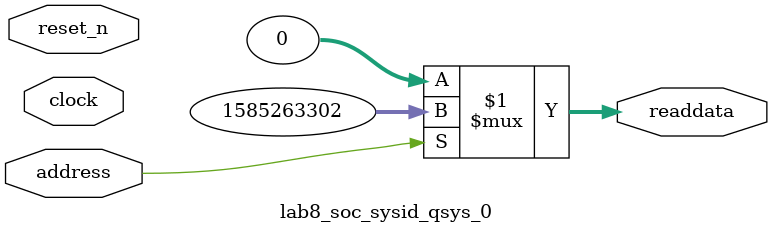
<source format=v>



// synthesis translate_off
`timescale 1ns / 1ps
// synthesis translate_on

// turn off superfluous verilog processor warnings 
// altera message_level Level1 
// altera message_off 10034 10035 10036 10037 10230 10240 10030 

module lab8_soc_sysid_qsys_0 (
               // inputs:
                address,
                clock,
                reset_n,

               // outputs:
                readdata
             )
;

  output  [ 31: 0] readdata;
  input            address;
  input            clock;
  input            reset_n;

  wire    [ 31: 0] readdata;
  //control_slave, which is an e_avalon_slave
  assign readdata = address ? 1585263302 : 0;

endmodule



</source>
